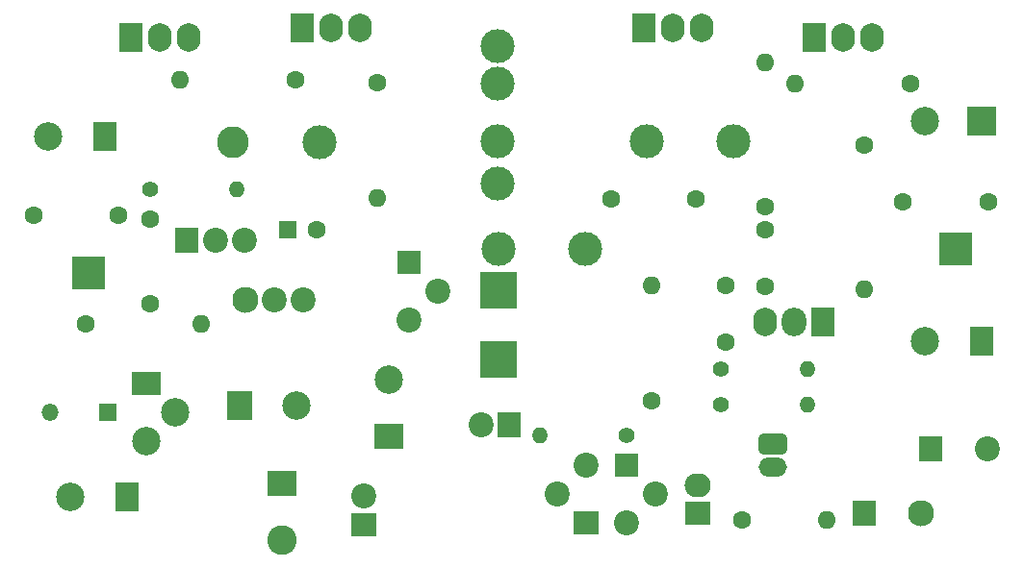
<source format=gbr>
%TF.GenerationSoftware,KiCad,Pcbnew,7.0.9*%
%TF.CreationDate,2023-11-26T22:18:52+01:00*%
%TF.ProjectId,Wzmacniacz_PW3017_modyfikacja,577a6d61-636e-4696-9163-7a5f50573330,rev?*%
%TF.SameCoordinates,Original*%
%TF.FileFunction,Soldermask,Top*%
%TF.FilePolarity,Negative*%
%FSLAX46Y46*%
G04 Gerber Fmt 4.6, Leading zero omitted, Abs format (unit mm)*
G04 Created by KiCad (PCBNEW 7.0.9) date 2023-11-26 22:18:52*
%MOMM*%
%LPD*%
G01*
G04 APERTURE LIST*
G04 Aperture macros list*
%AMRoundRect*
0 Rectangle with rounded corners*
0 $1 Rounding radius*
0 $2 $3 $4 $5 $6 $7 $8 $9 X,Y pos of 4 corners*
0 Add a 4 corners polygon primitive as box body*
4,1,4,$2,$3,$4,$5,$6,$7,$8,$9,$2,$3,0*
0 Add four circle primitives for the rounded corners*
1,1,$1+$1,$2,$3*
1,1,$1+$1,$4,$5*
1,1,$1+$1,$6,$7*
1,1,$1+$1,$8,$9*
0 Add four rect primitives between the rounded corners*
20,1,$1+$1,$2,$3,$4,$5,0*
20,1,$1+$1,$4,$5,$6,$7,0*
20,1,$1+$1,$6,$7,$8,$9,0*
20,1,$1+$1,$8,$9,$2,$3,0*%
G04 Aperture macros list end*
%ADD10R,2.000000X2.300000*%
%ADD11C,2.200000*%
%ADD12C,3.000000*%
%ADD13C,1.600000*%
%ADD14O,1.600000X1.600000*%
%ADD15R,3.200000X3.200000*%
%ADD16R,2.100000X2.500000*%
%ADD17O,2.100000X2.500000*%
%ADD18R,2.500000X2.200000*%
%ADD19C,2.500000*%
%ADD20C,2.300000*%
%ADD21C,2.800000*%
%ADD22R,3.000000X3.000000*%
%ADD23O,2.200000X2.500000*%
%ADD24R,2.000000X2.000000*%
%ADD25R,2.300000X2.000000*%
%ADD26R,2.000000X2.500000*%
%ADD27R,2.500000X2.500000*%
%ADD28C,1.400000*%
%ADD29O,1.400000X1.400000*%
%ADD30R,1.500000X1.500000*%
%ADD31O,1.500000X1.500000*%
%ADD32C,2.600000*%
%ADD33R,2.500000X2.000000*%
%ADD34R,2.300000X2.100000*%
%ADD35O,2.300000X2.100000*%
%ADD36R,2.200000X2.500000*%
%ADD37R,1.600000X1.600000*%
%ADD38R,2.100000X2.300000*%
%ADD39RoundRect,0.374999X-0.875001X0.525001X-0.875001X-0.525001X0.875001X-0.525001X0.875001X0.525001X0*%
%ADD40O,2.500000X1.700000*%
G04 APERTURE END LIST*
D10*
%TO.C,C14*%
X164500000Y-107800000D03*
D11*
X162000000Y-107800000D03*
%TD*%
D12*
%TO.C,L1*%
X163500000Y-74430000D03*
X163500000Y-86500000D03*
%TD*%
D13*
%TO.C,R19*%
X152900000Y-77620000D03*
D14*
X152900000Y-87780000D03*
%TD*%
D13*
%TO.C,C6*%
X184950000Y-116200000D03*
D14*
X192450000Y-116200000D03*
%TD*%
D15*
%TO.C,J2*%
X163600000Y-95900000D03*
%TD*%
D16*
%TO.C,Q12*%
X146260000Y-72775000D03*
D17*
X148800000Y-72775000D03*
X151340000Y-72775000D03*
%TD*%
D18*
%TO.C,C2*%
X153900000Y-108767677D03*
D19*
X153900000Y-103767677D03*
%TD*%
D11*
%TO.C,RV1*%
X146400000Y-96800000D03*
X143860000Y-96800000D03*
D20*
X141320000Y-96800000D03*
%TD*%
D16*
%TO.C,C18*%
X128900000Y-82400000D03*
D19*
X123900000Y-82400000D03*
%TD*%
D13*
%TO.C,C15*%
X132900000Y-89650000D03*
X132900000Y-97150000D03*
%TD*%
%TO.C,C17*%
X173450000Y-87900000D03*
X180950000Y-87900000D03*
%TD*%
D12*
%TO.C,R24*%
X147800000Y-82900000D03*
D21*
X140180000Y-82900000D03*
%TD*%
D12*
%TO.C,R25*%
X176590000Y-82800000D03*
X184210000Y-82800000D03*
%TD*%
D22*
%TO.C,J4*%
X203800000Y-92300000D03*
%TD*%
D16*
%TO.C,Q6*%
X192080000Y-98700000D03*
D23*
X189540000Y-98700000D03*
D17*
X187000000Y-98700000D03*
%TD*%
D12*
%TO.C,R28*%
X171200000Y-92300000D03*
X163580000Y-92300000D03*
%TD*%
D13*
%TO.C,R12*%
X187000000Y-88600000D03*
D14*
X187000000Y-75900000D03*
%TD*%
D24*
%TO.C,Q4*%
X174830000Y-111360000D03*
D11*
X177370000Y-113900000D03*
X174830000Y-116440000D03*
%TD*%
D22*
%TO.C,J1*%
X127500000Y-94400000D03*
%TD*%
D10*
%TO.C,Q10*%
X136120000Y-91500000D03*
D11*
X138660000Y-91500000D03*
X141200000Y-91500000D03*
%TD*%
D25*
%TO.C,Q11*%
X171300000Y-116440000D03*
D11*
X168760000Y-113900000D03*
X171300000Y-111360000D03*
%TD*%
D16*
%TO.C,Q13*%
X176360000Y-72800000D03*
D17*
X178900000Y-72800000D03*
X181440000Y-72800000D03*
%TD*%
D26*
%TO.C,C12*%
X206067677Y-100400000D03*
D19*
X201067677Y-100400000D03*
%TD*%
D27*
%TO.C,C19*%
X206100000Y-81000000D03*
D19*
X201100000Y-81000000D03*
%TD*%
D28*
%TO.C,R10*%
X183090000Y-102900000D03*
D29*
X190710000Y-102900000D03*
%TD*%
D13*
%TO.C,C21*%
X206650000Y-88100000D03*
X199150000Y-88100000D03*
%TD*%
D16*
%TO.C,Q14*%
X131260000Y-73645000D03*
D17*
X133800000Y-73645000D03*
X136340000Y-73645000D03*
%TD*%
D30*
%TO.C,D2*%
X129185330Y-106700000D03*
D31*
X124105330Y-106700000D03*
%TD*%
D25*
%TO.C,D1*%
X151700000Y-116575000D03*
D11*
X151700000Y-114035000D03*
%TD*%
D15*
%TO.C,J5*%
X163600000Y-102000000D03*
%TD*%
D28*
%TO.C,R20*%
X132890000Y-87000000D03*
D29*
X140510000Y-87000000D03*
%TD*%
D13*
%TO.C,R6*%
X127220000Y-98900000D03*
D14*
X137380000Y-98900000D03*
%TD*%
D18*
%TO.C,C3*%
X144500000Y-112900000D03*
D32*
X144500000Y-117900000D03*
%TD*%
D24*
%TO.C,Q8*%
X155700000Y-93500000D03*
D11*
X158240000Y-96040000D03*
X155700000Y-98580000D03*
%TD*%
D13*
%TO.C,C7*%
X183500000Y-95500000D03*
X183500000Y-100500000D03*
%TD*%
%TO.C,C20*%
X130150000Y-89300000D03*
X122650000Y-89300000D03*
%TD*%
D16*
%TO.C,C4*%
X130900000Y-114100000D03*
D19*
X125900000Y-114100000D03*
%TD*%
D13*
%TO.C,C8*%
X187000000Y-95600000D03*
X187000000Y-90600000D03*
%TD*%
D33*
%TO.C,Q3*%
X132560000Y-104160000D03*
D19*
X135100000Y-106700000D03*
X132560000Y-109240000D03*
%TD*%
D34*
%TO.C,C5*%
X181100000Y-115600000D03*
D35*
X181100000Y-113100000D03*
%TD*%
D10*
%TO.C,C10*%
X201600000Y-109900000D03*
D11*
X206600000Y-109900000D03*
%TD*%
D36*
%TO.C,C16*%
X140800000Y-106100000D03*
D19*
X145800000Y-106100000D03*
%TD*%
D13*
%TO.C,R18*%
X177000000Y-105650000D03*
D14*
X177000000Y-95490000D03*
%TD*%
D13*
%TO.C,R27*%
X199780000Y-77700000D03*
D14*
X189620000Y-77700000D03*
%TD*%
D37*
%TO.C,C13*%
X145017621Y-90600000D03*
D13*
X147517621Y-90600000D03*
%TD*%
%TO.C,R22*%
X195700000Y-83150000D03*
D14*
X195700000Y-95850000D03*
%TD*%
D28*
%TO.C,R14*%
X183100000Y-106000000D03*
D29*
X190720000Y-106000000D03*
%TD*%
D28*
%TO.C,R17*%
X174800000Y-108700000D03*
D29*
X167180000Y-108700000D03*
%TD*%
D38*
%TO.C,C11*%
X195700000Y-115600000D03*
D20*
X200700000Y-115600000D03*
%TD*%
D16*
%TO.C,Q15*%
X191360000Y-73645000D03*
D17*
X193900000Y-73645000D03*
X196440000Y-73645000D03*
%TD*%
D39*
%TO.C,J3*%
X187700000Y-109500000D03*
D40*
X187700000Y-111500000D03*
%TD*%
D12*
%TO.C,R23*%
X163500000Y-82800000D03*
X163500000Y-77720000D03*
%TD*%
D13*
%TO.C,R26*%
X145680000Y-77400000D03*
D14*
X135520000Y-77400000D03*
%TD*%
M02*

</source>
